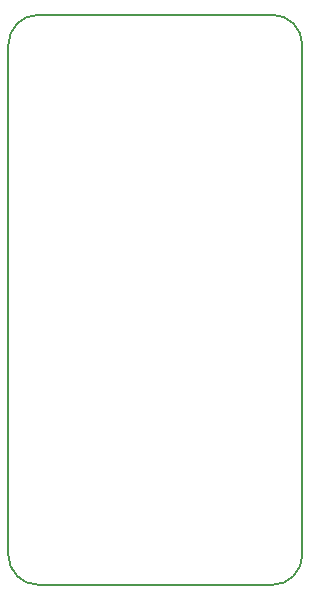
<source format=gbr>
G04 #@! TF.GenerationSoftware,KiCad,Pcbnew,(5.0.0)*
G04 #@! TF.CreationDate,2018-12-19T13:36:55-06:00*
G04 #@! TF.ProjectId,ESP-01_Flasher_Hardware,4553502D30315F466C61736865725F48,rev?*
G04 #@! TF.SameCoordinates,Original*
G04 #@! TF.FileFunction,Profile,NP*
%FSLAX46Y46*%
G04 Gerber Fmt 4.6, Leading zero omitted, Abs format (unit mm)*
G04 Created by KiCad (PCBNEW (5.0.0)) date 12/19/18 13:36:55*
%MOMM*%
%LPD*%
G01*
G04 APERTURE LIST*
%ADD10C,0.150000*%
G04 APERTURE END LIST*
D10*
X125222000Y-53340000D02*
X105410000Y-53340000D01*
X125222000Y-53340000D02*
G75*
G02X127762000Y-55880000I0J-2540000D01*
G01*
X125222000Y-101600000D02*
X105410000Y-101600000D01*
X127762000Y-99060000D02*
G75*
G02X125222000Y-101600000I-2540000J0D01*
G01*
X127762000Y-55880000D02*
X127762000Y-99060000D01*
X102870000Y-55880000D02*
G75*
G02X105410000Y-53340000I2540000J0D01*
G01*
X105410000Y-101600000D02*
G75*
G02X102870000Y-99060000I0J2540000D01*
G01*
X102870000Y-55880000D02*
X102870000Y-99060000D01*
M02*

</source>
